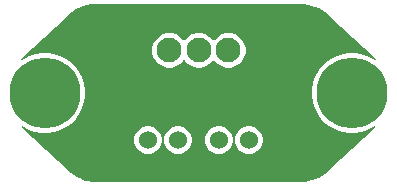
<source format=gbl>
G04*
G04 #@! TF.GenerationSoftware,Altium Limited,Altium Designer,21.8.1 (53)*
G04*
G04 Layer_Physical_Order=2*
G04 Layer_Color=16711680*
%FSLAX44Y44*%
%MOMM*%
G71*
G04*
G04 #@! TF.SameCoordinates,C2402ECC-2FC7-4353-9DF5-FD8D6FDF90C0*
G04*
G04*
G04 #@! TF.FilePolarity,Positive*
G04*
G01*
G75*
%ADD23C,1.5240*%
%ADD24C,6.0000*%
%ADD25C,2.1000*%
G36*
X78700Y150063D02*
X78700Y150063D01*
X253454Y150000D01*
X254998Y149999D01*
X258070Y149685D01*
X261095Y149060D01*
X264040Y148131D01*
X266876Y146908D01*
X269573Y145404D01*
X272103Y143633D01*
X274440Y141615D01*
X275501Y140492D01*
X275501Y140492D01*
X315497Y103814D01*
X314692Y102829D01*
X312883Y104143D01*
X308115Y106573D01*
X303025Y108226D01*
X297739Y109064D01*
X292388D01*
X287102Y108226D01*
X282012Y106573D01*
X277244Y104143D01*
X272914Y100997D01*
X269130Y97213D01*
X265984Y92883D01*
X263555Y88115D01*
X261901Y83025D01*
X261064Y77739D01*
Y72388D01*
X261901Y67102D01*
X263555Y62012D01*
X265984Y57244D01*
X269130Y52914D01*
X272914Y49130D01*
X277244Y45984D01*
X282012Y43555D01*
X287102Y41901D01*
X292388Y41063D01*
X297739D01*
X303025Y41901D01*
X308115Y43555D01*
X312883Y45984D01*
X314692Y47298D01*
X315497Y46313D01*
X275501Y9635D01*
X274449Y8498D01*
X272122Y6454D01*
X269598Y4659D01*
X266903Y3134D01*
X264065Y1894D01*
X261115Y952D01*
X258083Y318D01*
X255002Y-0D01*
X253454Y0D01*
X76673D01*
X75283Y10D01*
X72518Y286D01*
X69790Y814D01*
X67121Y1591D01*
X64535Y2608D01*
X62053Y3858D01*
X59696Y5331D01*
X57484Y7014D01*
X56460Y7953D01*
X56460Y7953D01*
X56460Y7953D01*
X14629Y46314D01*
X15434Y47298D01*
X17244Y45984D01*
X22012Y43555D01*
X27102Y41901D01*
X32388Y41063D01*
X37739D01*
X43025Y41901D01*
X48115Y43555D01*
X52883Y45984D01*
X57213Y49130D01*
X60997Y52914D01*
X64143Y57244D01*
X66572Y62012D01*
X68226Y67102D01*
X69063Y72388D01*
Y77739D01*
X68226Y83025D01*
X66572Y88115D01*
X64143Y92883D01*
X60997Y97213D01*
X57213Y100997D01*
X52883Y104143D01*
X48115Y106573D01*
X43025Y108226D01*
X37739Y109064D01*
X32388D01*
X27102Y108226D01*
X22012Y106573D01*
X17244Y104143D01*
X15435Y102829D01*
X14630Y103814D01*
X54460Y140340D01*
X55612Y141573D01*
X58172Y143773D01*
X60956Y145680D01*
X63932Y147271D01*
X67064Y148527D01*
X70315Y149434D01*
X73645Y149980D01*
X77015Y150158D01*
X78700Y150063D01*
D02*
G37*
%LPC*%
G36*
X192372Y125563D02*
X188555D01*
X184867Y124575D01*
X181560Y122666D01*
X178861Y119967D01*
X178598Y119513D01*
X177328D01*
X177066Y119967D01*
X174367Y122666D01*
X171060Y124575D01*
X167372Y125563D01*
X163555D01*
X159867Y124575D01*
X156560Y122666D01*
X153861Y119967D01*
X153598Y119513D01*
X152329D01*
X152066Y119967D01*
X149367Y122666D01*
X146060Y124575D01*
X142373Y125563D01*
X138555D01*
X134867Y124575D01*
X131560Y122666D01*
X128861Y119967D01*
X126952Y116660D01*
X125963Y112972D01*
Y109155D01*
X126952Y105467D01*
X128861Y102160D01*
X131560Y99461D01*
X134867Y97552D01*
X138555Y96564D01*
X142373D01*
X146060Y97552D01*
X149367Y99461D01*
X152066Y102160D01*
X152329Y102614D01*
X153598D01*
X153861Y102160D01*
X156560Y99461D01*
X159867Y97552D01*
X163555Y96564D01*
X167372D01*
X171060Y97552D01*
X174367Y99461D01*
X177066Y102160D01*
X177328Y102614D01*
X178598D01*
X178861Y102160D01*
X181560Y99461D01*
X184867Y97552D01*
X188555Y96564D01*
X192372D01*
X196060Y97552D01*
X199367Y99461D01*
X202066Y102160D01*
X203975Y105467D01*
X204963Y109155D01*
Y112972D01*
X203975Y116660D01*
X202066Y119967D01*
X199367Y122666D01*
X196060Y124575D01*
X192372Y125563D01*
D02*
G37*
G36*
X209293Y46684D02*
X206234D01*
X203278Y45892D01*
X200629Y44362D01*
X198465Y42198D01*
X196935Y39549D01*
X196143Y36593D01*
Y33534D01*
X196935Y30578D01*
X198465Y27929D01*
X200629Y25765D01*
X203278Y24235D01*
X206234Y23444D01*
X209293D01*
X212249Y24235D01*
X214898Y25765D01*
X217062Y27929D01*
X218592Y30578D01*
X219384Y33534D01*
Y36593D01*
X218592Y39549D01*
X217062Y42198D01*
X214898Y44362D01*
X212249Y45892D01*
X209293Y46684D01*
D02*
G37*
G36*
X183893D02*
X180834D01*
X177878Y45892D01*
X175229Y44362D01*
X173065Y42198D01*
X171535Y39549D01*
X170744Y36593D01*
Y33534D01*
X171535Y30578D01*
X173065Y27929D01*
X175229Y25765D01*
X177878Y24235D01*
X180834Y23444D01*
X183893D01*
X186849Y24235D01*
X189498Y25765D01*
X191662Y27929D01*
X193192Y30578D01*
X193983Y33534D01*
Y36593D01*
X193192Y39549D01*
X191662Y42198D01*
X189498Y44362D01*
X186849Y45892D01*
X183893Y46684D01*
D02*
G37*
G36*
X149293D02*
X146234D01*
X143278Y45892D01*
X140629Y44362D01*
X138465Y42198D01*
X136935Y39549D01*
X136144Y36593D01*
Y33534D01*
X136935Y30578D01*
X138465Y27929D01*
X140629Y25765D01*
X143278Y24235D01*
X146234Y23444D01*
X149293D01*
X152249Y24235D01*
X154898Y25765D01*
X157062Y27929D01*
X158592Y30578D01*
X159383Y33534D01*
Y36593D01*
X158592Y39549D01*
X157062Y42198D01*
X154898Y44362D01*
X152249Y45892D01*
X149293Y46684D01*
D02*
G37*
G36*
X123893D02*
X120834D01*
X117878Y45892D01*
X115229Y44362D01*
X113065Y42198D01*
X111535Y39549D01*
X110744Y36593D01*
Y33534D01*
X111535Y30578D01*
X113065Y27929D01*
X115229Y25765D01*
X117878Y24235D01*
X120834Y23444D01*
X123893D01*
X126849Y24235D01*
X129498Y25765D01*
X131662Y27929D01*
X133192Y30578D01*
X133983Y33534D01*
Y36593D01*
X133192Y39549D01*
X131662Y42198D01*
X129498Y44362D01*
X126849Y45892D01*
X123893Y46684D01*
D02*
G37*
%LPD*%
D23*
X122364Y35064D02*
D03*
X147764D02*
D03*
X182363D02*
D03*
X207764D02*
D03*
D24*
X295064Y75064D02*
D03*
X35063Y75064D02*
D03*
D25*
X140463Y111063D02*
D03*
X190464D02*
D03*
X165464D02*
D03*
M02*

</source>
